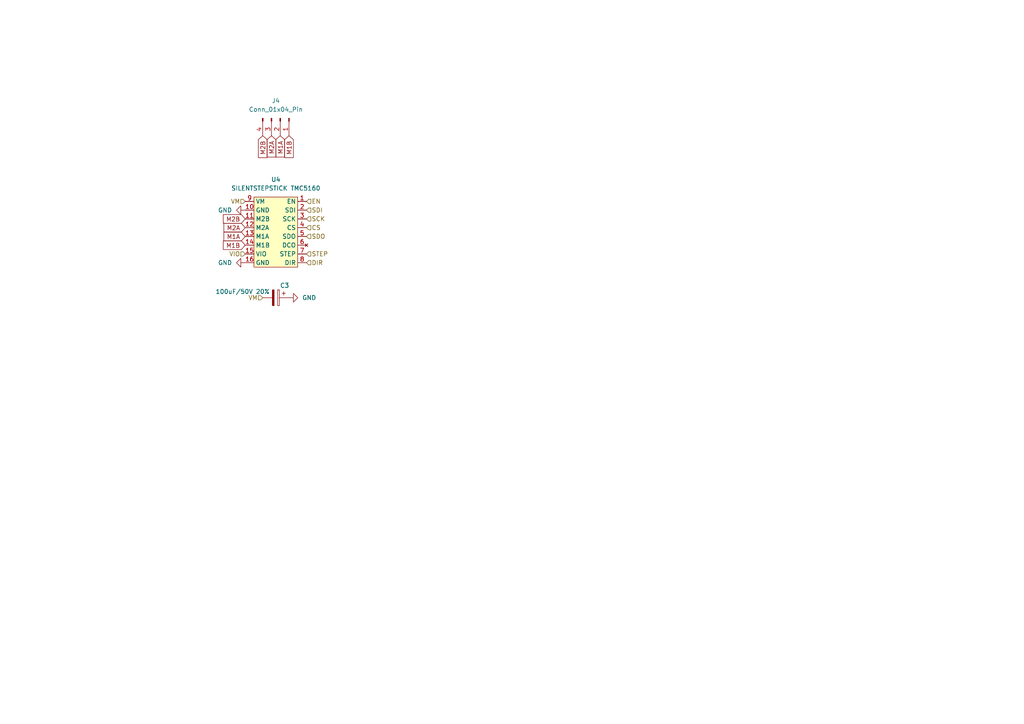
<source format=kicad_sch>
(kicad_sch (version 20250114) (generator "eeschema") (generator_version "9.0")
  (paper "A4")
  (lib_symbols
    (symbol "Connector:Conn_01x04_Pin" (pin_names (offset 1.016) (hide yes))
      (property "Reference" "J" (at 0 5.08 0))
      (property "Value" "Conn_01x04_Pin" (at 0 -7.62 0))
      (symbol "Conn_01x04_Pin_1_1"
        (rectangle (start 0.8636 2.667) (end 0 2.413) (stroke (width 0.1524)) (fill (type outline)))
        (rectangle (start 0.8636 0.127) (end 0 -0.127) (stroke (width 0.1524)) (fill (type outline)))
        (rectangle (start 0.8636 -2.413) (end 0 -2.667) (stroke (width 0.1524)) (fill (type outline)))
        (rectangle (start 0.8636 -4.953) (end 0 -5.207) (stroke (width 0.1524)) (fill (type outline)))
        (polyline (pts (xy 1.27 2.54) (xy 0.8636 2.54)) (stroke (width 0.1524)))
        (polyline (pts (xy 1.27 0) (xy 0.8636 0)) (stroke (width 0.1524)))
        (polyline (pts (xy 1.27 -2.54) (xy 0.8636 -2.54)) (stroke (width 0.1524)))
        (polyline (pts (xy 1.27 -5.08) (xy 0.8636 -5.08)) (stroke (width 0.1524)))
        (pin passive line (at 5.08 2.54 180) (length 3.81) (name "Pin_1") (number "1"))
        (pin passive line (at 5.08 0 180) (length 3.81) (name "Pin_2") (number "2"))
        (pin passive line (at 5.08 -2.54 180) (length 3.81) (name "Pin_3") (number "3"))
        (pin passive line (at 5.08 -5.08 180) (length 3.81) (name "Pin_4") (number "4"))
      )
    )
    (symbol "Custom Symbols:SILENTSTEPSTICK5160"
      (property "Reference" "U" (at 0 24.638 0))
      (property "Value" "SILENTSTEPSTICK TMC5160" (at 0 22.098 0))
      (symbol "SILENTSTEPSTICK5160_0_0"
        (pin power_in line (at -8.89 19.05 0) (length 2.54) (name "VM") (number "9"))
        (pin input line (at -8.89 16.51 0) (length 2.54) (name "GND") (number "10"))
        (pin output line (at -8.89 13.97 0) (length 2.54) (name "M2B") (number "11"))
        (pin output line (at -8.89 11.43 0) (length 2.54) (name "M2A") (number "12"))
        (pin output line (at -8.89 8.89 0) (length 2.54) (name "M1A") (number "13"))
        (pin output line (at -8.89 6.35 0) (length 2.54) (name "M1B") (number "14"))
        (pin power_in line (at -8.89 3.81 0) (length 2.54) (name "VIO") (number "15"))
        (pin input line (at -8.89 1.27 0) (length 2.54) (name "GND") (number "16"))
        (pin input line (at 8.89 19.05 180) (length 2.54) (name "EN") (number "1"))
        (pin input line (at 8.89 16.51 180) (length 2.54) (name "SDI") (number "2"))
        (pin input line (at 8.89 13.97 180) (length 2.54) (name "SCK") (number "3"))
        (pin input line (at 8.89 11.43 180) (length 2.54) (name "CS") (number "4"))
        (pin output line (at 8.89 8.89 180) (length 2.54) (name "SDO") (number "5"))
        (pin no_connect line (at 8.89 6.35 180) (length 2.54) (name "DCO") (number "6"))
        (pin input line (at 8.89 3.81 180) (length 2.54) (name "STEP") (number "7"))
        (pin input line (at 8.89 1.27 180) (length 2.54) (name "DIR") (number "8"))
      )
      (symbol "SILENTSTEPSTICK5160_1_1"
        (rectangle (start 6.35 0) (end -6.35 20.32) (fill (type background)))
      )
    )
    (symbol "Device:C_Polarized" (pin_numbers (hide yes)) (pin_names (offset 0.254))
      (property "Reference" "C" (at 0.635 2.54 0))
      (property "Value" "C_Polarized" (at 0.635 -2.54 0))
      (symbol "C_Polarized_0_1"
        (rectangle (start -2.286 0.508) (end 2.286 1.016))
        (polyline (pts (xy -1.778 2.286) (xy -0.762 2.286)))
        (polyline (pts (xy -1.27 2.794) (xy -1.27 1.778)))
        (rectangle (start 2.286 -0.508) (end -2.286 -1.016) (fill (type outline)))
      )
      (symbol "C_Polarized_1_1"
        (pin passive line (at 0 3.81 270) (length 2.794) (name "~") (number "1"))
        (pin passive line (at 0 -3.81 90) (length 2.794) (name "~") (number "2"))
      )
    )
    (symbol "power:GND" (power) (pin_numbers (hide yes)) (pin_names (offset 0) (hide yes))
      (property "Value" "GND" (at 0 -3.81 0))
      (symbol "GND_0_1"
        (polyline (pts (xy 0 0) (xy 0 -1.27) (xy 1.27 -1.27) (xy 0 -2.54) (xy -1.27 -1.27) (xy 0 -1.27)))
      )
      (symbol "GND_1_1"
        (pin power_in line (at 0 0 270) (length 0) (name "~") (number "1"))
      )
    )
  )
  (global_label "M2B" (shape input) (at 71.12 63.5 180) (property "Intersheetrefs" "${INTERSHEET_REFS}" (effects (hide yes))))
  (global_label "M2A" (shape input) (at 71.12 66.04 180) (property "Intersheetrefs" "${INTERSHEET_REFS}" (effects (hide yes))))
  (global_label "M1B" (shape input) (at 83.82 39.37 270) (property "Intersheetrefs" "${INTERSHEET_REFS}" (effects (hide yes))))
  (global_label "M1A" (shape input) (at 71.12 68.58 180) (property "Intersheetrefs" "${INTERSHEET_REFS}" (effects (hide yes))))
  (global_label "M1A" (shape input) (at 81.28 39.37 270) (property "Intersheetrefs" "${INTERSHEET_REFS}" (effects (hide yes))))
  (global_label "M1B" (shape input) (at 71.12 71.12 180) (property "Intersheetrefs" "${INTERSHEET_REFS}" (effects (hide yes))))
  (global_label "M2A" (shape input) (at 78.74 39.37 270) (property "Intersheetrefs" "${INTERSHEET_REFS}" (effects (hide yes))))
  (global_label "M2B" (shape input) (at 76.2 39.37 270) (property "Intersheetrefs" "${INTERSHEET_REFS}" (effects (hide yes))))
  (hierarchical_label "VIO" (shape input) (at 71.12 73.66 180))
  (hierarchical_label "SCK" (shape input) (at 88.9 63.5 0))
  (hierarchical_label "VM" (shape input) (at 71.12 58.42 180))
  (hierarchical_label "STEP" (shape input) (at 88.9 73.66 0))
  (hierarchical_label "SDI" (shape input) (at 88.9 60.96 0))
  (hierarchical_label "EN" (shape input) (at 88.9 58.42 0))
  (hierarchical_label "SDO" (shape input) (at 88.9 68.58 0))
  (hierarchical_label "VM" (shape input) (at 76.2 86.36 180))
  (hierarchical_label "DIR" (shape input) (at 88.9 76.2 0))
  (hierarchical_label "CS" (shape input) (at 88.9 66.04 0))
  (symbol (lib_id "Connector:Conn_01x04_Pin") (at 81.28 34.29 270) (unit 1)
    (property "Reference" "J4" (at 80.01 29.21 90))
    (property "Value" "Conn_01x04_Pin" (at 80.01 31.75 90))
    (property "Description" "Generic connector, single row, 01x04, script generated" (effects (hide yes)))
  )
  (symbol (lib_id "Device:C_Polarized") (at 80.01 86.36 270) (unit 1)
    (property "Reference" "C3" (at 82.55 82.804 90))
    (property "Value" "100uF/50V 20%" (at 70.358 84.582 90))
    (property "Footprint" "Capacitor_THT:CP_Radial_D8.0mm_P3.50mm" (effects (hide yes)))
    (property "Description" "Polarized capacitor" (effects (hide yes)))
  )
  (symbol (lib_id "power:GND") (at 83.82 86.36 90) (unit 1)
    (property "Reference" "#PWR010" (effects (hide yes)))
    (property "Value" "GND" (at 87.63 86.3599 90) (effects (justify right)))
    (property "Description" "Power symbol creates a global label with name \"GND\" , ground" (effects (hide yes)))
  )
  (symbol (lib_id "power:GND") (at 71.12 60.96 270) (unit 1)
    (property "Reference" "#PWR011" (effects (hide yes)))
    (property "Value" "GND" (at 67.31 60.9601 90) (effects (justify right)))
    (property "Description" "Power symbol creates a global label with name \"GND\" , ground" (effects (hide yes)))
  )
  (symbol (lib_id "power:GND") (at 71.12 76.2 270) (unit 1)
    (property "Reference" "#PWR012" (effects (hide yes)))
    (property "Value" "GND" (at 67.31 76.2001 90) (effects (justify right)))
    (property "Description" "Power symbol creates a global label with name \"GND\" , ground" (effects (hide yes)))
  )
  (symbol (lib_id "Custom Symbols:SILENTSTEPSTICK5160") (at 80.01 77.47 0) (unit 1)
    (property "Reference" "U4" (at 80.01 52.07 0))
    (property "Value" "SILENTSTEPSTICK TMC5160" (at 80.01 54.61 0))
    (property "Description" "Stepper Motor Driver 10-36V max. 3A per Phase" (effects (hide yes)))
    (property "Digikey PartN" "TMC5160SILENTSTEPSTICK" (effects (hide yes)))
    (property "Digikey Link" "https://www.digikey.ch/en/products/detail/analog-devices-inc-maxim-integrated/TMC5160SILENTSTEPSTICK/9990281?=&utm_adgroup=&utm_source=google&utm_medium=cpc&utm_campaign=PMax%20Shopping_Product_Medium%20ROAS&utm_term=&productid=9990281&utm_content=&utm_id=go_cmp-20185743540_adg-_ad-__dev-c_ext-_prd-9990281_sig-Cj0KCQiA8fW9BhC8ARIsACwHqYq0kKtuSAy5XmAmMikDVFipH_2FE8HsxKc7TywXbP0Zj7xqkbdXMDUaAnlAEALw_wcB&gad_source=1" (effects (hide yes)))
  )
)
</source>
